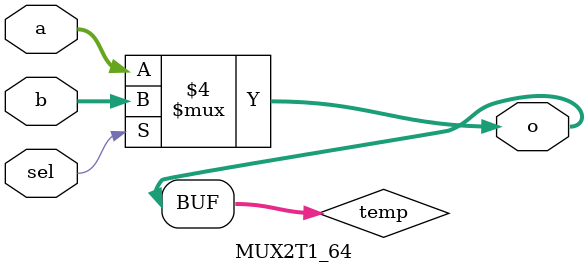
<source format=v>
`timescale 1ns / 1ps
module 	MUX2T1_64(input[63:0]a,
						 input[63:0]b,
						 input sel,
						 output[63:0]o
						 );

	reg[63:0] temp;
	assign o = temp;
	always @(*)
	begin
		if(sel==1'b0)
			temp <= a;
		else
			temp <= b;
		end

endmodule


</source>
